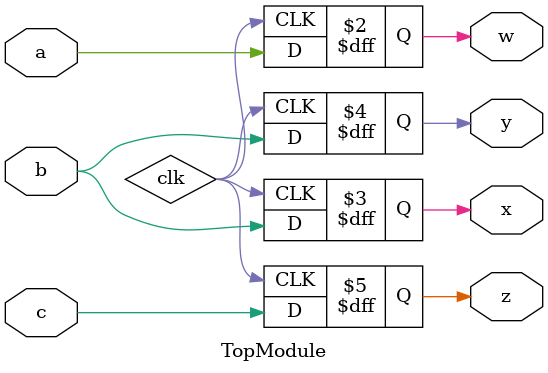
<source format=sv>

module TopModule (
  input a,
  input b,
  input c,
  output reg w,  // Use a register to store the signal
  output reg x,
  output reg y,
  output reg z   // Reg is required to make signals clock/clk triggered.
);
  always @(posedge clk) begin  // Clock/clk edge detection is necessary for some designs
    w <= a;
    x <= b;
    y <= b;     // This makes both 'x' and 'y' equal to signal 'b'
    z <= c;
  end
endmodule

// VERILOG-EVAL: errant inclusion of module definition

</source>
